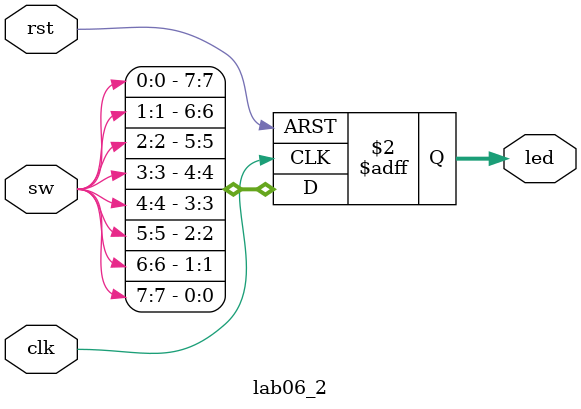
<source format=v>
`timescale 1ns / 1ps


module lab06_2(
input           clk,
input           rst,
input   [7:0]   sw,
output reg [7:0]led);
always@(posedge clk or posedge rst)
begin
    if(rst)
        led <= 8'haa;
    else
        led <= {sw[0],sw[1],sw[2],sw[3],sw[4],sw[5],sw[6],sw[7]};
end
endmodule

</source>
